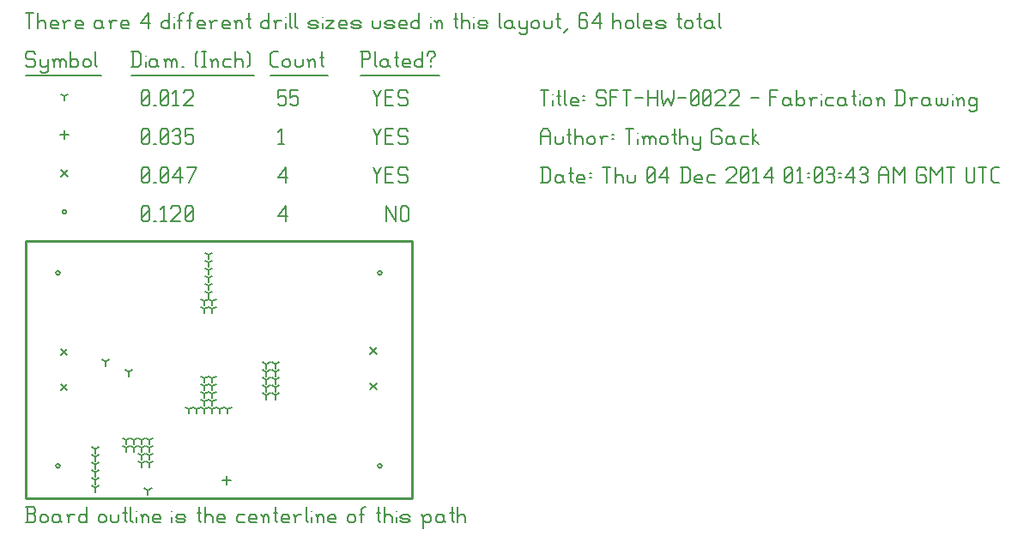
<source format=gbr>
G04 start of page 11 for group -3984 idx -3984 *
G04 Title: SFT-HW-0022, fab *
G04 Creator: pcb 20110918 *
G04 CreationDate: Thu 04 Dec 2014 01:03:43 AM GMT UTC *
G04 For: tgack *
G04 Format: Gerber/RS-274X *
G04 PCB-Dimensions: 150000 100000 *
G04 PCB-Coordinate-Origin: lower left *
%MOIN*%
%FSLAX25Y25*%
%LNFAB*%
%ADD66C,0.0100*%
%ADD65C,0.0075*%
%ADD64C,0.0060*%
%ADD63R,0.0080X0.0080*%
G54D63*X11700Y87500D02*G75*G03X13300Y87500I800J0D01*G01*
G75*G03X11700Y87500I-800J0D01*G01*
X136700Y12500D02*G75*G03X138300Y12500I800J0D01*G01*
G75*G03X136700Y12500I-800J0D01*G01*
Y87500D02*G75*G03X138300Y87500I800J0D01*G01*
G75*G03X136700Y87500I-800J0D01*G01*
X11700Y12500D02*G75*G03X13300Y12500I800J0D01*G01*
G75*G03X11700Y12500I-800J0D01*G01*
X14200Y111250D02*G75*G03X15800Y111250I800J0D01*G01*
G75*G03X14200Y111250I-800J0D01*G01*
G54D64*X140000Y113500D02*Y107500D01*
Y113500D02*X143750Y107500D01*
Y113500D02*Y107500D01*
X145550Y112750D02*Y108250D01*
Y112750D02*X146300Y113500D01*
X147800D01*
X148550Y112750D01*
Y108250D01*
X147800Y107500D02*X148550Y108250D01*
X146300Y107500D02*X147800D01*
X145550Y108250D02*X146300Y107500D01*
X98000Y109750D02*X101000Y113500D01*
X98000Y109750D02*X101750D01*
X101000Y113500D02*Y107500D01*
X45000Y108250D02*X45750Y107500D01*
X45000Y112750D02*Y108250D01*
Y112750D02*X45750Y113500D01*
X47250D01*
X48000Y112750D01*
Y108250D01*
X47250Y107500D02*X48000Y108250D01*
X45750Y107500D02*X47250D01*
X45000Y109000D02*X48000Y112000D01*
X49800Y107500D02*X50550D01*
X52350Y112300D02*X53550Y113500D01*
Y107500D01*
X52350D02*X54600D01*
X56400Y112750D02*X57150Y113500D01*
X59400D01*
X60150Y112750D01*
Y111250D01*
X56400Y107500D02*X60150Y111250D01*
X56400Y107500D02*X60150D01*
X61950Y108250D02*X62700Y107500D01*
X61950Y112750D02*Y108250D01*
Y112750D02*X62700Y113500D01*
X64200D01*
X64950Y112750D01*
Y108250D01*
X64200Y107500D02*X64950Y108250D01*
X62700Y107500D02*X64200D01*
X61950Y109000D02*X64950Y112000D01*
X133800Y44700D02*X136200Y42300D01*
X133800D02*X136200Y44700D01*
X133800Y58480D02*X136200Y56080D01*
X133800D02*X136200Y58480D01*
X13580Y57980D02*X15980Y55580D01*
X13580D02*X15980Y57980D01*
X13580Y44200D02*X15980Y41800D01*
X13580D02*X15980Y44200D01*
X13800Y127450D02*X16200Y125050D01*
X13800D02*X16200Y127450D01*
X135000Y128500D02*X136500Y125500D01*
X138000Y128500D01*
X136500Y125500D02*Y122500D01*
X139800Y125800D02*X142050D01*
X139800Y122500D02*X142800D01*
X139800Y128500D02*Y122500D01*
Y128500D02*X142800D01*
X147600D02*X148350Y127750D01*
X145350Y128500D02*X147600D01*
X144600Y127750D02*X145350Y128500D01*
X144600Y127750D02*Y126250D01*
X145350Y125500D01*
X147600D01*
X148350Y124750D01*
Y123250D01*
X147600Y122500D02*X148350Y123250D01*
X145350Y122500D02*X147600D01*
X144600Y123250D02*X145350Y122500D01*
X98000Y124750D02*X101000Y128500D01*
X98000Y124750D02*X101750D01*
X101000Y128500D02*Y122500D01*
X45000Y123250D02*X45750Y122500D01*
X45000Y127750D02*Y123250D01*
Y127750D02*X45750Y128500D01*
X47250D01*
X48000Y127750D01*
Y123250D01*
X47250Y122500D02*X48000Y123250D01*
X45750Y122500D02*X47250D01*
X45000Y124000D02*X48000Y127000D01*
X49800Y122500D02*X50550D01*
X52350Y123250D02*X53100Y122500D01*
X52350Y127750D02*Y123250D01*
Y127750D02*X53100Y128500D01*
X54600D01*
X55350Y127750D01*
Y123250D01*
X54600Y122500D02*X55350Y123250D01*
X53100Y122500D02*X54600D01*
X52350Y124000D02*X55350Y127000D01*
X57150Y124750D02*X60150Y128500D01*
X57150Y124750D02*X60900D01*
X60150Y128500D02*Y122500D01*
X63450D02*X66450Y128500D01*
X62700D02*X66450D01*
X78000Y8600D02*Y5400D01*
X76400Y7000D02*X79600D01*
X15000Y142850D02*Y139650D01*
X13400Y141250D02*X16600D01*
X135000Y143500D02*X136500Y140500D01*
X138000Y143500D01*
X136500Y140500D02*Y137500D01*
X139800Y140800D02*X142050D01*
X139800Y137500D02*X142800D01*
X139800Y143500D02*Y137500D01*
Y143500D02*X142800D01*
X147600D02*X148350Y142750D01*
X145350Y143500D02*X147600D01*
X144600Y142750D02*X145350Y143500D01*
X144600Y142750D02*Y141250D01*
X145350Y140500D01*
X147600D01*
X148350Y139750D01*
Y138250D01*
X147600Y137500D02*X148350Y138250D01*
X145350Y137500D02*X147600D01*
X144600Y138250D02*X145350Y137500D01*
X98000Y142300D02*X99200Y143500D01*
Y137500D01*
X98000D02*X100250D01*
X45000Y138250D02*X45750Y137500D01*
X45000Y142750D02*Y138250D01*
Y142750D02*X45750Y143500D01*
X47250D01*
X48000Y142750D01*
Y138250D01*
X47250Y137500D02*X48000Y138250D01*
X45750Y137500D02*X47250D01*
X45000Y139000D02*X48000Y142000D01*
X49800Y137500D02*X50550D01*
X52350Y138250D02*X53100Y137500D01*
X52350Y142750D02*Y138250D01*
Y142750D02*X53100Y143500D01*
X54600D01*
X55350Y142750D01*
Y138250D01*
X54600Y137500D02*X55350Y138250D01*
X53100Y137500D02*X54600D01*
X52350Y139000D02*X55350Y142000D01*
X57150Y142750D02*X57900Y143500D01*
X59400D01*
X60150Y142750D01*
X59400Y137500D02*X60150Y138250D01*
X57900Y137500D02*X59400D01*
X57150Y138250D02*X57900Y137500D01*
Y140800D02*X59400D01*
X60150Y142750D02*Y141550D01*
Y140050D02*Y138250D01*
Y140050D02*X59400Y140800D01*
X60150Y141550D02*X59400Y140800D01*
X61950Y143500D02*X64950D01*
X61950D02*Y140500D01*
X62700Y141250D01*
X64200D01*
X64950Y140500D01*
Y138250D01*
X64200Y137500D02*X64950Y138250D01*
X62700Y137500D02*X64200D01*
X61950Y138250D02*X62700Y137500D01*
X27000Y4000D02*Y2400D01*
Y4000D02*X28387Y4800D01*
X27000Y4000D02*X25613Y4800D01*
X27000Y7000D02*Y5400D01*
Y7000D02*X28387Y7800D01*
X27000Y7000D02*X25613Y7800D01*
X27000Y10000D02*Y8400D01*
Y10000D02*X28387Y10800D01*
X27000Y10000D02*X25613Y10800D01*
X27000Y13000D02*Y11400D01*
Y13000D02*X28387Y13800D01*
X27000Y13000D02*X25613Y13800D01*
X27000Y16000D02*Y14400D01*
Y16000D02*X28387Y16800D01*
X27000Y16000D02*X25613Y16800D01*
X27000Y19000D02*Y17400D01*
Y19000D02*X28387Y19800D01*
X27000Y19000D02*X25613Y19800D01*
X39000Y19500D02*Y17900D01*
Y19500D02*X40387Y20300D01*
X39000Y19500D02*X37613Y20300D01*
X42000Y19500D02*Y17900D01*
Y19500D02*X43387Y20300D01*
X42000Y19500D02*X40613Y20300D01*
X45000Y19500D02*Y17900D01*
Y19500D02*X46387Y20300D01*
X45000Y19500D02*X43613Y20300D01*
X45000Y16500D02*Y14900D01*
Y16500D02*X46387Y17300D01*
X45000Y16500D02*X43613Y17300D01*
X45000Y13500D02*Y11900D01*
Y13500D02*X46387Y14300D01*
X45000Y13500D02*X43613Y14300D01*
X39000Y22500D02*Y20900D01*
Y22500D02*X40387Y23300D01*
X39000Y22500D02*X37613Y23300D01*
X42000Y22500D02*Y20900D01*
Y22500D02*X43387Y23300D01*
X42000Y22500D02*X40613Y23300D01*
X45000Y22500D02*Y20900D01*
Y22500D02*X46387Y23300D01*
X45000Y22500D02*X43613Y23300D01*
X48000Y22500D02*Y20900D01*
Y22500D02*X49387Y23300D01*
X48000Y22500D02*X46613Y23300D01*
X48000Y19500D02*Y17900D01*
Y19500D02*X49387Y20300D01*
X48000Y19500D02*X46613Y20300D01*
X48000Y16500D02*Y14900D01*
Y16500D02*X49387Y17300D01*
X48000Y16500D02*X46613Y17300D01*
X48000Y13500D02*Y11900D01*
Y13500D02*X49387Y14300D01*
X48000Y13500D02*X46613Y14300D01*
X69500Y46500D02*Y44900D01*
Y46500D02*X70887Y47300D01*
X69500Y46500D02*X68113Y47300D01*
X72500Y46500D02*Y44900D01*
Y46500D02*X73887Y47300D01*
X72500Y46500D02*X71113Y47300D01*
X72500Y37500D02*Y35900D01*
Y37500D02*X73887Y38300D01*
X72500Y37500D02*X71113Y38300D01*
X69500Y37500D02*Y35900D01*
Y37500D02*X70887Y38300D01*
X69500Y37500D02*X68113Y38300D01*
X69500Y34500D02*Y32900D01*
Y34500D02*X70887Y35300D01*
X69500Y34500D02*X68113Y35300D01*
X72500Y34500D02*Y32900D01*
Y34500D02*X73887Y35300D01*
X72500Y34500D02*X71113Y35300D01*
X75500Y34500D02*Y32900D01*
Y34500D02*X76887Y35300D01*
X75500Y34500D02*X74113Y35300D01*
X66500Y34500D02*Y32900D01*
Y34500D02*X67887Y35300D01*
X66500Y34500D02*X65113Y35300D01*
X63500Y34500D02*Y32900D01*
Y34500D02*X64887Y35300D01*
X63500Y34500D02*X62113Y35300D01*
X78500Y34500D02*Y32900D01*
Y34500D02*X79887Y35300D01*
X78500Y34500D02*X77113Y35300D01*
X69500Y40500D02*Y38900D01*
Y40500D02*X70887Y41300D01*
X69500Y40500D02*X68113Y41300D01*
X72500Y40500D02*Y38900D01*
Y40500D02*X73887Y41300D01*
X72500Y40500D02*X71113Y41300D01*
X72500Y43500D02*Y41900D01*
Y43500D02*X73887Y44300D01*
X72500Y43500D02*X71113Y44300D01*
X69500Y43500D02*Y41900D01*
Y43500D02*X70887Y44300D01*
X69500Y43500D02*X68113Y44300D01*
X69500Y73500D02*Y71900D01*
Y73500D02*X70887Y74300D01*
X69500Y73500D02*X68113Y74300D01*
X72500Y73500D02*Y71900D01*
Y73500D02*X73887Y74300D01*
X72500Y73500D02*X71113Y74300D01*
X72500Y76500D02*Y74900D01*
Y76500D02*X73887Y77300D01*
X72500Y76500D02*X71113Y77300D01*
X69500Y76500D02*Y74900D01*
Y76500D02*X70887Y77300D01*
X69500Y76500D02*X68113Y77300D01*
X71000Y79500D02*Y77900D01*
Y79500D02*X72387Y80300D01*
X71000Y79500D02*X69613Y80300D01*
X71000Y82500D02*Y80900D01*
Y82500D02*X72387Y83300D01*
X71000Y82500D02*X69613Y83300D01*
X71000Y85500D02*Y83900D01*
Y85500D02*X72387Y86300D01*
X71000Y85500D02*X69613Y86300D01*
X71000Y88500D02*Y86900D01*
Y88500D02*X72387Y89300D01*
X71000Y88500D02*X69613Y89300D01*
X71000Y91500D02*Y89900D01*
Y91500D02*X72387Y92300D01*
X71000Y91500D02*X69613Y92300D01*
X71000Y94500D02*Y92900D01*
Y94500D02*X72387Y95300D01*
X71000Y94500D02*X69613Y95300D01*
X97000Y46000D02*Y44400D01*
Y46000D02*X98387Y46800D01*
X97000Y46000D02*X95613Y46800D01*
X97000Y49000D02*Y47400D01*
Y49000D02*X98387Y49800D01*
X97000Y49000D02*X95613Y49800D01*
X97000Y52000D02*Y50400D01*
Y52000D02*X98387Y52800D01*
X97000Y52000D02*X95613Y52800D01*
X97000Y43000D02*Y41400D01*
Y43000D02*X98387Y43800D01*
X97000Y43000D02*X95613Y43800D01*
X97000Y40000D02*Y38400D01*
Y40000D02*X98387Y40800D01*
X97000Y40000D02*X95613Y40800D01*
X93500Y40000D02*Y38400D01*
Y40000D02*X94887Y40800D01*
X93500Y40000D02*X92113Y40800D01*
X93500Y43000D02*Y41400D01*
Y43000D02*X94887Y43800D01*
X93500Y43000D02*X92113Y43800D01*
X93500Y46000D02*Y44400D01*
Y46000D02*X94887Y46800D01*
X93500Y46000D02*X92113Y46800D01*
X93500Y49000D02*Y47400D01*
Y49000D02*X94887Y49800D01*
X93500Y49000D02*X92113Y49800D01*
X93500Y52000D02*Y50400D01*
Y52000D02*X94887Y52800D01*
X93500Y52000D02*X92113Y52800D01*
X40000Y49000D02*Y47400D01*
Y49000D02*X41387Y49800D01*
X40000Y49000D02*X38613Y49800D01*
X47500Y3000D02*Y1400D01*
Y3000D02*X48887Y3800D01*
X47500Y3000D02*X46113Y3800D01*
X31000Y53000D02*Y51400D01*
Y53000D02*X32387Y53800D01*
X31000Y53000D02*X29613Y53800D01*
X15000Y156250D02*Y154650D01*
Y156250D02*X16387Y157050D01*
X15000Y156250D02*X13613Y157050D01*
X135000Y158500D02*X136500Y155500D01*
X138000Y158500D01*
X136500Y155500D02*Y152500D01*
X139800Y155800D02*X142050D01*
X139800Y152500D02*X142800D01*
X139800Y158500D02*Y152500D01*
Y158500D02*X142800D01*
X147600D02*X148350Y157750D01*
X145350Y158500D02*X147600D01*
X144600Y157750D02*X145350Y158500D01*
X144600Y157750D02*Y156250D01*
X145350Y155500D01*
X147600D01*
X148350Y154750D01*
Y153250D01*
X147600Y152500D02*X148350Y153250D01*
X145350Y152500D02*X147600D01*
X144600Y153250D02*X145350Y152500D01*
X98000Y158500D02*X101000D01*
X98000D02*Y155500D01*
X98750Y156250D01*
X100250D01*
X101000Y155500D01*
Y153250D01*
X100250Y152500D02*X101000Y153250D01*
X98750Y152500D02*X100250D01*
X98000Y153250D02*X98750Y152500D01*
X102800Y158500D02*X105800D01*
X102800D02*Y155500D01*
X103550Y156250D01*
X105050D01*
X105800Y155500D01*
Y153250D01*
X105050Y152500D02*X105800Y153250D01*
X103550Y152500D02*X105050D01*
X102800Y153250D02*X103550Y152500D01*
X45000Y153250D02*X45750Y152500D01*
X45000Y157750D02*Y153250D01*
Y157750D02*X45750Y158500D01*
X47250D01*
X48000Y157750D01*
Y153250D01*
X47250Y152500D02*X48000Y153250D01*
X45750Y152500D02*X47250D01*
X45000Y154000D02*X48000Y157000D01*
X49800Y152500D02*X50550D01*
X52350Y153250D02*X53100Y152500D01*
X52350Y157750D02*Y153250D01*
Y157750D02*X53100Y158500D01*
X54600D01*
X55350Y157750D01*
Y153250D01*
X54600Y152500D02*X55350Y153250D01*
X53100Y152500D02*X54600D01*
X52350Y154000D02*X55350Y157000D01*
X57150Y157300D02*X58350Y158500D01*
Y152500D01*
X57150D02*X59400D01*
X61200Y157750D02*X61950Y158500D01*
X64200D01*
X64950Y157750D01*
Y156250D01*
X61200Y152500D02*X64950Y156250D01*
X61200Y152500D02*X64950D01*
X3000Y173500D02*X3750Y172750D01*
X750Y173500D02*X3000D01*
X0Y172750D02*X750Y173500D01*
X0Y172750D02*Y171250D01*
X750Y170500D01*
X3000D01*
X3750Y169750D01*
Y168250D01*
X3000Y167500D02*X3750Y168250D01*
X750Y167500D02*X3000D01*
X0Y168250D02*X750Y167500D01*
X5550Y170500D02*Y168250D01*
X6300Y167500D01*
X8550Y170500D02*Y166000D01*
X7800Y165250D02*X8550Y166000D01*
X6300Y165250D02*X7800D01*
X5550Y166000D02*X6300Y165250D01*
Y167500D02*X7800D01*
X8550Y168250D01*
X11100Y169750D02*Y167500D01*
Y169750D02*X11850Y170500D01*
X12600D01*
X13350Y169750D01*
Y167500D01*
Y169750D02*X14100Y170500D01*
X14850D01*
X15600Y169750D01*
Y167500D01*
X10350Y170500D02*X11100Y169750D01*
X17400Y173500D02*Y167500D01*
Y168250D02*X18150Y167500D01*
X19650D01*
X20400Y168250D01*
Y169750D02*Y168250D01*
X19650Y170500D02*X20400Y169750D01*
X18150Y170500D02*X19650D01*
X17400Y169750D02*X18150Y170500D01*
X22200Y169750D02*Y168250D01*
Y169750D02*X22950Y170500D01*
X24450D01*
X25200Y169750D01*
Y168250D01*
X24450Y167500D02*X25200Y168250D01*
X22950Y167500D02*X24450D01*
X22200Y168250D02*X22950Y167500D01*
X27000Y173500D02*Y168250D01*
X27750Y167500D01*
X0Y164250D02*X29250D01*
X41750Y173500D02*Y167500D01*
X43700Y173500D02*X44750Y172450D01*
Y168550D01*
X43700Y167500D02*X44750Y168550D01*
X41000Y167500D02*X43700D01*
X41000Y173500D02*X43700D01*
G54D65*X46550Y172000D02*Y171850D01*
G54D64*Y169750D02*Y167500D01*
X50300Y170500D02*X51050Y169750D01*
X48800Y170500D02*X50300D01*
X48050Y169750D02*X48800Y170500D01*
X48050Y169750D02*Y168250D01*
X48800Y167500D01*
X51050Y170500D02*Y168250D01*
X51800Y167500D01*
X48800D02*X50300D01*
X51050Y168250D01*
X54350Y169750D02*Y167500D01*
Y169750D02*X55100Y170500D01*
X55850D01*
X56600Y169750D01*
Y167500D01*
Y169750D02*X57350Y170500D01*
X58100D01*
X58850Y169750D01*
Y167500D01*
X53600Y170500D02*X54350Y169750D01*
X60650Y167500D02*X61400D01*
X65900Y168250D02*X66650Y167500D01*
X65900Y172750D02*X66650Y173500D01*
X65900Y172750D02*Y168250D01*
X68450Y173500D02*X69950D01*
X69200D02*Y167500D01*
X68450D02*X69950D01*
X72500Y169750D02*Y167500D01*
Y169750D02*X73250Y170500D01*
X74000D01*
X74750Y169750D01*
Y167500D01*
X71750Y170500D02*X72500Y169750D01*
X77300Y170500D02*X79550D01*
X76550Y169750D02*X77300Y170500D01*
X76550Y169750D02*Y168250D01*
X77300Y167500D01*
X79550D01*
X81350Y173500D02*Y167500D01*
Y169750D02*X82100Y170500D01*
X83600D01*
X84350Y169750D01*
Y167500D01*
X86150Y173500D02*X86900Y172750D01*
Y168250D01*
X86150Y167500D02*X86900Y168250D01*
X41000Y164250D02*X88700D01*
X96050Y167500D02*X98000D01*
X95000Y168550D02*X96050Y167500D01*
X95000Y172450D02*Y168550D01*
Y172450D02*X96050Y173500D01*
X98000D01*
X99800Y169750D02*Y168250D01*
Y169750D02*X100550Y170500D01*
X102050D01*
X102800Y169750D01*
Y168250D01*
X102050Y167500D02*X102800Y168250D01*
X100550Y167500D02*X102050D01*
X99800Y168250D02*X100550Y167500D01*
X104600Y170500D02*Y168250D01*
X105350Y167500D01*
X106850D01*
X107600Y168250D01*
Y170500D02*Y168250D01*
X110150Y169750D02*Y167500D01*
Y169750D02*X110900Y170500D01*
X111650D01*
X112400Y169750D01*
Y167500D01*
X109400Y170500D02*X110150Y169750D01*
X114950Y173500D02*Y168250D01*
X115700Y167500D01*
X114200Y171250D02*X115700D01*
X95000Y164250D02*X117200D01*
X130750Y173500D02*Y167500D01*
X130000Y173500D02*X133000D01*
X133750Y172750D01*
Y171250D01*
X133000Y170500D02*X133750Y171250D01*
X130750Y170500D02*X133000D01*
X135550Y173500D02*Y168250D01*
X136300Y167500D01*
X140050Y170500D02*X140800Y169750D01*
X138550Y170500D02*X140050D01*
X137800Y169750D02*X138550Y170500D01*
X137800Y169750D02*Y168250D01*
X138550Y167500D01*
X140800Y170500D02*Y168250D01*
X141550Y167500D01*
X138550D02*X140050D01*
X140800Y168250D01*
X144100Y173500D02*Y168250D01*
X144850Y167500D01*
X143350Y171250D02*X144850D01*
X147100Y167500D02*X149350D01*
X146350Y168250D02*X147100Y167500D01*
X146350Y169750D02*Y168250D01*
Y169750D02*X147100Y170500D01*
X148600D01*
X149350Y169750D01*
X146350Y169000D02*X149350D01*
Y169750D02*Y169000D01*
X154150Y173500D02*Y167500D01*
X153400D02*X154150Y168250D01*
X151900Y167500D02*X153400D01*
X151150Y168250D02*X151900Y167500D01*
X151150Y169750D02*Y168250D01*
Y169750D02*X151900Y170500D01*
X153400D01*
X154150Y169750D01*
X157450Y170500D02*Y169750D01*
Y168250D02*Y167500D01*
X155950Y172750D02*Y172000D01*
Y172750D02*X156700Y173500D01*
X158200D01*
X158950Y172750D01*
Y172000D01*
X157450Y170500D02*X158950Y172000D01*
X130000Y164250D02*X160750D01*
X0Y188500D02*X3000D01*
X1500D02*Y182500D01*
X4800Y188500D02*Y182500D01*
Y184750D02*X5550Y185500D01*
X7050D01*
X7800Y184750D01*
Y182500D01*
X10350D02*X12600D01*
X9600Y183250D02*X10350Y182500D01*
X9600Y184750D02*Y183250D01*
Y184750D02*X10350Y185500D01*
X11850D01*
X12600Y184750D01*
X9600Y184000D02*X12600D01*
Y184750D02*Y184000D01*
X15150Y184750D02*Y182500D01*
Y184750D02*X15900Y185500D01*
X17400D01*
X14400D02*X15150Y184750D01*
X19950Y182500D02*X22200D01*
X19200Y183250D02*X19950Y182500D01*
X19200Y184750D02*Y183250D01*
Y184750D02*X19950Y185500D01*
X21450D01*
X22200Y184750D01*
X19200Y184000D02*X22200D01*
Y184750D02*Y184000D01*
X28950Y185500D02*X29700Y184750D01*
X27450Y185500D02*X28950D01*
X26700Y184750D02*X27450Y185500D01*
X26700Y184750D02*Y183250D01*
X27450Y182500D01*
X29700Y185500D02*Y183250D01*
X30450Y182500D01*
X27450D02*X28950D01*
X29700Y183250D01*
X33000Y184750D02*Y182500D01*
Y184750D02*X33750Y185500D01*
X35250D01*
X32250D02*X33000Y184750D01*
X37800Y182500D02*X40050D01*
X37050Y183250D02*X37800Y182500D01*
X37050Y184750D02*Y183250D01*
Y184750D02*X37800Y185500D01*
X39300D01*
X40050Y184750D01*
X37050Y184000D02*X40050D01*
Y184750D02*Y184000D01*
X44550Y184750D02*X47550Y188500D01*
X44550Y184750D02*X48300D01*
X47550Y188500D02*Y182500D01*
X55800Y188500D02*Y182500D01*
X55050D02*X55800Y183250D01*
X53550Y182500D02*X55050D01*
X52800Y183250D02*X53550Y182500D01*
X52800Y184750D02*Y183250D01*
Y184750D02*X53550Y185500D01*
X55050D01*
X55800Y184750D01*
G54D65*X57600Y187000D02*Y186850D01*
G54D64*Y184750D02*Y182500D01*
X59850Y187750D02*Y182500D01*
Y187750D02*X60600Y188500D01*
X61350D01*
X59100Y185500D02*X60600D01*
X63600Y187750D02*Y182500D01*
Y187750D02*X64350Y188500D01*
X65100D01*
X62850Y185500D02*X64350D01*
X67350Y182500D02*X69600D01*
X66600Y183250D02*X67350Y182500D01*
X66600Y184750D02*Y183250D01*
Y184750D02*X67350Y185500D01*
X68850D01*
X69600Y184750D01*
X66600Y184000D02*X69600D01*
Y184750D02*Y184000D01*
X72150Y184750D02*Y182500D01*
Y184750D02*X72900Y185500D01*
X74400D01*
X71400D02*X72150Y184750D01*
X76950Y182500D02*X79200D01*
X76200Y183250D02*X76950Y182500D01*
X76200Y184750D02*Y183250D01*
Y184750D02*X76950Y185500D01*
X78450D01*
X79200Y184750D01*
X76200Y184000D02*X79200D01*
Y184750D02*Y184000D01*
X81750Y184750D02*Y182500D01*
Y184750D02*X82500Y185500D01*
X83250D01*
X84000Y184750D01*
Y182500D01*
X81000Y185500D02*X81750Y184750D01*
X86550Y188500D02*Y183250D01*
X87300Y182500D01*
X85800Y186250D02*X87300D01*
X94500Y188500D02*Y182500D01*
X93750D02*X94500Y183250D01*
X92250Y182500D02*X93750D01*
X91500Y183250D02*X92250Y182500D01*
X91500Y184750D02*Y183250D01*
Y184750D02*X92250Y185500D01*
X93750D01*
X94500Y184750D01*
X97050D02*Y182500D01*
Y184750D02*X97800Y185500D01*
X99300D01*
X96300D02*X97050Y184750D01*
G54D65*X101100Y187000D02*Y186850D01*
G54D64*Y184750D02*Y182500D01*
X102600Y188500D02*Y183250D01*
X103350Y182500D01*
X104850Y188500D02*Y183250D01*
X105600Y182500D01*
X110550D02*X112800D01*
X113550Y183250D01*
X112800Y184000D02*X113550Y183250D01*
X110550Y184000D02*X112800D01*
X109800Y184750D02*X110550Y184000D01*
X109800Y184750D02*X110550Y185500D01*
X112800D01*
X113550Y184750D01*
X109800Y183250D02*X110550Y182500D01*
G54D65*X115350Y187000D02*Y186850D01*
G54D64*Y184750D02*Y182500D01*
X116850Y185500D02*X119850D01*
X116850Y182500D02*X119850Y185500D01*
X116850Y182500D02*X119850D01*
X122400D02*X124650D01*
X121650Y183250D02*X122400Y182500D01*
X121650Y184750D02*Y183250D01*
Y184750D02*X122400Y185500D01*
X123900D01*
X124650Y184750D01*
X121650Y184000D02*X124650D01*
Y184750D02*Y184000D01*
X127200Y182500D02*X129450D01*
X130200Y183250D01*
X129450Y184000D02*X130200Y183250D01*
X127200Y184000D02*X129450D01*
X126450Y184750D02*X127200Y184000D01*
X126450Y184750D02*X127200Y185500D01*
X129450D01*
X130200Y184750D01*
X126450Y183250D02*X127200Y182500D01*
X134700Y185500D02*Y183250D01*
X135450Y182500D01*
X136950D01*
X137700Y183250D01*
Y185500D02*Y183250D01*
X140250Y182500D02*X142500D01*
X143250Y183250D01*
X142500Y184000D02*X143250Y183250D01*
X140250Y184000D02*X142500D01*
X139500Y184750D02*X140250Y184000D01*
X139500Y184750D02*X140250Y185500D01*
X142500D01*
X143250Y184750D01*
X139500Y183250D02*X140250Y182500D01*
X145800D02*X148050D01*
X145050Y183250D02*X145800Y182500D01*
X145050Y184750D02*Y183250D01*
Y184750D02*X145800Y185500D01*
X147300D01*
X148050Y184750D01*
X145050Y184000D02*X148050D01*
Y184750D02*Y184000D01*
X152850Y188500D02*Y182500D01*
X152100D02*X152850Y183250D01*
X150600Y182500D02*X152100D01*
X149850Y183250D02*X150600Y182500D01*
X149850Y184750D02*Y183250D01*
Y184750D02*X150600Y185500D01*
X152100D01*
X152850Y184750D01*
G54D65*X157350Y187000D02*Y186850D01*
G54D64*Y184750D02*Y182500D01*
X159600Y184750D02*Y182500D01*
Y184750D02*X160350Y185500D01*
X161100D01*
X161850Y184750D01*
Y182500D01*
X158850Y185500D02*X159600Y184750D01*
X167100Y188500D02*Y183250D01*
X167850Y182500D01*
X166350Y186250D02*X167850D01*
X169350Y188500D02*Y182500D01*
Y184750D02*X170100Y185500D01*
X171600D01*
X172350Y184750D01*
Y182500D01*
G54D65*X174150Y187000D02*Y186850D01*
G54D64*Y184750D02*Y182500D01*
X176400D02*X178650D01*
X179400Y183250D01*
X178650Y184000D02*X179400Y183250D01*
X176400Y184000D02*X178650D01*
X175650Y184750D02*X176400Y184000D01*
X175650Y184750D02*X176400Y185500D01*
X178650D01*
X179400Y184750D01*
X175650Y183250D02*X176400Y182500D01*
X183900Y188500D02*Y183250D01*
X184650Y182500D01*
X188400Y185500D02*X189150Y184750D01*
X186900Y185500D02*X188400D01*
X186150Y184750D02*X186900Y185500D01*
X186150Y184750D02*Y183250D01*
X186900Y182500D01*
X189150Y185500D02*Y183250D01*
X189900Y182500D01*
X186900D02*X188400D01*
X189150Y183250D01*
X191700Y185500D02*Y183250D01*
X192450Y182500D01*
X194700Y185500D02*Y181000D01*
X193950Y180250D02*X194700Y181000D01*
X192450Y180250D02*X193950D01*
X191700Y181000D02*X192450Y180250D01*
Y182500D02*X193950D01*
X194700Y183250D01*
X196500Y184750D02*Y183250D01*
Y184750D02*X197250Y185500D01*
X198750D01*
X199500Y184750D01*
Y183250D01*
X198750Y182500D02*X199500Y183250D01*
X197250Y182500D02*X198750D01*
X196500Y183250D02*X197250Y182500D01*
X201300Y185500D02*Y183250D01*
X202050Y182500D01*
X203550D01*
X204300Y183250D01*
Y185500D02*Y183250D01*
X206850Y188500D02*Y183250D01*
X207600Y182500D01*
X206100Y186250D02*X207600D01*
X209100Y181000D02*X210600Y182500D01*
X217350Y188500D02*X218100Y187750D01*
X215850Y188500D02*X217350D01*
X215100Y187750D02*X215850Y188500D01*
X215100Y187750D02*Y183250D01*
X215850Y182500D01*
X217350Y185800D02*X218100Y185050D01*
X215100Y185800D02*X217350D01*
X215850Y182500D02*X217350D01*
X218100Y183250D01*
Y185050D02*Y183250D01*
X219900Y184750D02*X222900Y188500D01*
X219900Y184750D02*X223650D01*
X222900Y188500D02*Y182500D01*
X228150Y188500D02*Y182500D01*
Y184750D02*X228900Y185500D01*
X230400D01*
X231150Y184750D01*
Y182500D01*
X232950Y184750D02*Y183250D01*
Y184750D02*X233700Y185500D01*
X235200D01*
X235950Y184750D01*
Y183250D01*
X235200Y182500D02*X235950Y183250D01*
X233700Y182500D02*X235200D01*
X232950Y183250D02*X233700Y182500D01*
X237750Y188500D02*Y183250D01*
X238500Y182500D01*
X240750D02*X243000D01*
X240000Y183250D02*X240750Y182500D01*
X240000Y184750D02*Y183250D01*
Y184750D02*X240750Y185500D01*
X242250D01*
X243000Y184750D01*
X240000Y184000D02*X243000D01*
Y184750D02*Y184000D01*
X245550Y182500D02*X247800D01*
X248550Y183250D01*
X247800Y184000D02*X248550Y183250D01*
X245550Y184000D02*X247800D01*
X244800Y184750D02*X245550Y184000D01*
X244800Y184750D02*X245550Y185500D01*
X247800D01*
X248550Y184750D01*
X244800Y183250D02*X245550Y182500D01*
X253800Y188500D02*Y183250D01*
X254550Y182500D01*
X253050Y186250D02*X254550D01*
X256050Y184750D02*Y183250D01*
Y184750D02*X256800Y185500D01*
X258300D01*
X259050Y184750D01*
Y183250D01*
X258300Y182500D02*X259050Y183250D01*
X256800Y182500D02*X258300D01*
X256050Y183250D02*X256800Y182500D01*
X261600Y188500D02*Y183250D01*
X262350Y182500D01*
X260850Y186250D02*X262350D01*
X266100Y185500D02*X266850Y184750D01*
X264600Y185500D02*X266100D01*
X263850Y184750D02*X264600Y185500D01*
X263850Y184750D02*Y183250D01*
X264600Y182500D01*
X266850Y185500D02*Y183250D01*
X267600Y182500D01*
X264600D02*X266100D01*
X266850Y183250D01*
X269400Y188500D02*Y183250D01*
X270150Y182500D01*
G54D66*X0Y100000D02*Y0D01*
X150000D01*
Y100000D01*
X0D02*X150000D01*
G54D64*X0Y-9500D02*X3000D01*
X3750Y-8750D01*
Y-6950D02*Y-8750D01*
X3000Y-6200D02*X3750Y-6950D01*
X750Y-6200D02*X3000D01*
X750Y-3500D02*Y-9500D01*
X0Y-3500D02*X3000D01*
X3750Y-4250D01*
Y-5450D01*
X3000Y-6200D02*X3750Y-5450D01*
X5550Y-7250D02*Y-8750D01*
Y-7250D02*X6300Y-6500D01*
X7800D01*
X8550Y-7250D01*
Y-8750D01*
X7800Y-9500D02*X8550Y-8750D01*
X6300Y-9500D02*X7800D01*
X5550Y-8750D02*X6300Y-9500D01*
X12600Y-6500D02*X13350Y-7250D01*
X11100Y-6500D02*X12600D01*
X10350Y-7250D02*X11100Y-6500D01*
X10350Y-7250D02*Y-8750D01*
X11100Y-9500D01*
X13350Y-6500D02*Y-8750D01*
X14100Y-9500D01*
X11100D02*X12600D01*
X13350Y-8750D01*
X16650Y-7250D02*Y-9500D01*
Y-7250D02*X17400Y-6500D01*
X18900D01*
X15900D02*X16650Y-7250D01*
X23700Y-3500D02*Y-9500D01*
X22950D02*X23700Y-8750D01*
X21450Y-9500D02*X22950D01*
X20700Y-8750D02*X21450Y-9500D01*
X20700Y-7250D02*Y-8750D01*
Y-7250D02*X21450Y-6500D01*
X22950D01*
X23700Y-7250D01*
X28200D02*Y-8750D01*
Y-7250D02*X28950Y-6500D01*
X30450D01*
X31200Y-7250D01*
Y-8750D01*
X30450Y-9500D02*X31200Y-8750D01*
X28950Y-9500D02*X30450D01*
X28200Y-8750D02*X28950Y-9500D01*
X33000Y-6500D02*Y-8750D01*
X33750Y-9500D01*
X35250D01*
X36000Y-8750D01*
Y-6500D02*Y-8750D01*
X38550Y-3500D02*Y-8750D01*
X39300Y-9500D01*
X37800Y-5750D02*X39300D01*
X40800Y-3500D02*Y-8750D01*
X41550Y-9500D01*
G54D65*X43050Y-5000D02*Y-5150D01*
G54D64*Y-7250D02*Y-9500D01*
X45300Y-7250D02*Y-9500D01*
Y-7250D02*X46050Y-6500D01*
X46800D01*
X47550Y-7250D01*
Y-9500D01*
X44550Y-6500D02*X45300Y-7250D01*
X50100Y-9500D02*X52350D01*
X49350Y-8750D02*X50100Y-9500D01*
X49350Y-7250D02*Y-8750D01*
Y-7250D02*X50100Y-6500D01*
X51600D01*
X52350Y-7250D01*
X49350Y-8000D02*X52350D01*
Y-7250D02*Y-8000D01*
G54D65*X56850Y-5000D02*Y-5150D01*
G54D64*Y-7250D02*Y-9500D01*
X59100D02*X61350D01*
X62100Y-8750D01*
X61350Y-8000D02*X62100Y-8750D01*
X59100Y-8000D02*X61350D01*
X58350Y-7250D02*X59100Y-8000D01*
X58350Y-7250D02*X59100Y-6500D01*
X61350D01*
X62100Y-7250D01*
X58350Y-8750D02*X59100Y-9500D01*
X67350Y-3500D02*Y-8750D01*
X68100Y-9500D01*
X66600Y-5750D02*X68100D01*
X69600Y-3500D02*Y-9500D01*
Y-7250D02*X70350Y-6500D01*
X71850D01*
X72600Y-7250D01*
Y-9500D01*
X75150D02*X77400D01*
X74400Y-8750D02*X75150Y-9500D01*
X74400Y-7250D02*Y-8750D01*
Y-7250D02*X75150Y-6500D01*
X76650D01*
X77400Y-7250D01*
X74400Y-8000D02*X77400D01*
Y-7250D02*Y-8000D01*
X82650Y-6500D02*X84900D01*
X81900Y-7250D02*X82650Y-6500D01*
X81900Y-7250D02*Y-8750D01*
X82650Y-9500D01*
X84900D01*
X87450D02*X89700D01*
X86700Y-8750D02*X87450Y-9500D01*
X86700Y-7250D02*Y-8750D01*
Y-7250D02*X87450Y-6500D01*
X88950D01*
X89700Y-7250D01*
X86700Y-8000D02*X89700D01*
Y-7250D02*Y-8000D01*
X92250Y-7250D02*Y-9500D01*
Y-7250D02*X93000Y-6500D01*
X93750D01*
X94500Y-7250D01*
Y-9500D01*
X91500Y-6500D02*X92250Y-7250D01*
X97050Y-3500D02*Y-8750D01*
X97800Y-9500D01*
X96300Y-5750D02*X97800D01*
X100050Y-9500D02*X102300D01*
X99300Y-8750D02*X100050Y-9500D01*
X99300Y-7250D02*Y-8750D01*
Y-7250D02*X100050Y-6500D01*
X101550D01*
X102300Y-7250D01*
X99300Y-8000D02*X102300D01*
Y-7250D02*Y-8000D01*
X104850Y-7250D02*Y-9500D01*
Y-7250D02*X105600Y-6500D01*
X107100D01*
X104100D02*X104850Y-7250D01*
X108900Y-3500D02*Y-8750D01*
X109650Y-9500D01*
G54D65*X111150Y-5000D02*Y-5150D01*
G54D64*Y-7250D02*Y-9500D01*
X113400Y-7250D02*Y-9500D01*
Y-7250D02*X114150Y-6500D01*
X114900D01*
X115650Y-7250D01*
Y-9500D01*
X112650Y-6500D02*X113400Y-7250D01*
X118200Y-9500D02*X120450D01*
X117450Y-8750D02*X118200Y-9500D01*
X117450Y-7250D02*Y-8750D01*
Y-7250D02*X118200Y-6500D01*
X119700D01*
X120450Y-7250D01*
X117450Y-8000D02*X120450D01*
Y-7250D02*Y-8000D01*
X124950Y-7250D02*Y-8750D01*
Y-7250D02*X125700Y-6500D01*
X127200D01*
X127950Y-7250D01*
Y-8750D01*
X127200Y-9500D02*X127950Y-8750D01*
X125700Y-9500D02*X127200D01*
X124950Y-8750D02*X125700Y-9500D01*
X130500Y-4250D02*Y-9500D01*
Y-4250D02*X131250Y-3500D01*
X132000D01*
X129750Y-6500D02*X131250D01*
X136950Y-3500D02*Y-8750D01*
X137700Y-9500D01*
X136200Y-5750D02*X137700D01*
X139200Y-3500D02*Y-9500D01*
Y-7250D02*X139950Y-6500D01*
X141450D01*
X142200Y-7250D01*
Y-9500D01*
G54D65*X144000Y-5000D02*Y-5150D01*
G54D64*Y-7250D02*Y-9500D01*
X146250D02*X148500D01*
X149250Y-8750D01*
X148500Y-8000D02*X149250Y-8750D01*
X146250Y-8000D02*X148500D01*
X145500Y-7250D02*X146250Y-8000D01*
X145500Y-7250D02*X146250Y-6500D01*
X148500D01*
X149250Y-7250D01*
X145500Y-8750D02*X146250Y-9500D01*
X154500Y-7250D02*Y-11750D01*
X153750Y-6500D02*X154500Y-7250D01*
X155250Y-6500D01*
X156750D01*
X157500Y-7250D01*
Y-8750D01*
X156750Y-9500D02*X157500Y-8750D01*
X155250Y-9500D02*X156750D01*
X154500Y-8750D02*X155250Y-9500D01*
X161550Y-6500D02*X162300Y-7250D01*
X160050Y-6500D02*X161550D01*
X159300Y-7250D02*X160050Y-6500D01*
X159300Y-7250D02*Y-8750D01*
X160050Y-9500D01*
X162300Y-6500D02*Y-8750D01*
X163050Y-9500D01*
X160050D02*X161550D01*
X162300Y-8750D01*
X165600Y-3500D02*Y-8750D01*
X166350Y-9500D01*
X164850Y-5750D02*X166350D01*
X167850Y-3500D02*Y-9500D01*
Y-7250D02*X168600Y-6500D01*
X170100D01*
X170850Y-7250D01*
Y-9500D01*
X200750Y128500D02*Y122500D01*
X202700Y128500D02*X203750Y127450D01*
Y123550D01*
X202700Y122500D02*X203750Y123550D01*
X200000Y122500D02*X202700D01*
X200000Y128500D02*X202700D01*
X207800Y125500D02*X208550Y124750D01*
X206300Y125500D02*X207800D01*
X205550Y124750D02*X206300Y125500D01*
X205550Y124750D02*Y123250D01*
X206300Y122500D01*
X208550Y125500D02*Y123250D01*
X209300Y122500D01*
X206300D02*X207800D01*
X208550Y123250D01*
X211850Y128500D02*Y123250D01*
X212600Y122500D01*
X211100Y126250D02*X212600D01*
X214850Y122500D02*X217100D01*
X214100Y123250D02*X214850Y122500D01*
X214100Y124750D02*Y123250D01*
Y124750D02*X214850Y125500D01*
X216350D01*
X217100Y124750D01*
X214100Y124000D02*X217100D01*
Y124750D02*Y124000D01*
X218900Y126250D02*X219650D01*
X218900Y124750D02*X219650D01*
X224150Y128500D02*X227150D01*
X225650D02*Y122500D01*
X228950Y128500D02*Y122500D01*
Y124750D02*X229700Y125500D01*
X231200D01*
X231950Y124750D01*
Y122500D01*
X233750Y125500D02*Y123250D01*
X234500Y122500D01*
X236000D01*
X236750Y123250D01*
Y125500D02*Y123250D01*
X241250D02*X242000Y122500D01*
X241250Y127750D02*Y123250D01*
Y127750D02*X242000Y128500D01*
X243500D01*
X244250Y127750D01*
Y123250D01*
X243500Y122500D02*X244250Y123250D01*
X242000Y122500D02*X243500D01*
X241250Y124000D02*X244250Y127000D01*
X246050Y124750D02*X249050Y128500D01*
X246050Y124750D02*X249800D01*
X249050Y128500D02*Y122500D01*
X255050Y128500D02*Y122500D01*
X257000Y128500D02*X258050Y127450D01*
Y123550D01*
X257000Y122500D02*X258050Y123550D01*
X254300Y122500D02*X257000D01*
X254300Y128500D02*X257000D01*
X260600Y122500D02*X262850D01*
X259850Y123250D02*X260600Y122500D01*
X259850Y124750D02*Y123250D01*
Y124750D02*X260600Y125500D01*
X262100D01*
X262850Y124750D01*
X259850Y124000D02*X262850D01*
Y124750D02*Y124000D01*
X265400Y125500D02*X267650D01*
X264650Y124750D02*X265400Y125500D01*
X264650Y124750D02*Y123250D01*
X265400Y122500D01*
X267650D01*
X272150Y127750D02*X272900Y128500D01*
X275150D01*
X275900Y127750D01*
Y126250D01*
X272150Y122500D02*X275900Y126250D01*
X272150Y122500D02*X275900D01*
X277700Y123250D02*X278450Y122500D01*
X277700Y127750D02*Y123250D01*
Y127750D02*X278450Y128500D01*
X279950D01*
X280700Y127750D01*
Y123250D01*
X279950Y122500D02*X280700Y123250D01*
X278450Y122500D02*X279950D01*
X277700Y124000D02*X280700Y127000D01*
X282500Y127300D02*X283700Y128500D01*
Y122500D01*
X282500D02*X284750D01*
X286550Y124750D02*X289550Y128500D01*
X286550Y124750D02*X290300D01*
X289550Y128500D02*Y122500D01*
X294800Y123250D02*X295550Y122500D01*
X294800Y127750D02*Y123250D01*
Y127750D02*X295550Y128500D01*
X297050D01*
X297800Y127750D01*
Y123250D01*
X297050Y122500D02*X297800Y123250D01*
X295550Y122500D02*X297050D01*
X294800Y124000D02*X297800Y127000D01*
X299600Y127300D02*X300800Y128500D01*
Y122500D01*
X299600D02*X301850D01*
X303650Y126250D02*X304400D01*
X303650Y124750D02*X304400D01*
X306200Y123250D02*X306950Y122500D01*
X306200Y127750D02*Y123250D01*
Y127750D02*X306950Y128500D01*
X308450D01*
X309200Y127750D01*
Y123250D01*
X308450Y122500D02*X309200Y123250D01*
X306950Y122500D02*X308450D01*
X306200Y124000D02*X309200Y127000D01*
X311000Y127750D02*X311750Y128500D01*
X313250D01*
X314000Y127750D01*
X313250Y122500D02*X314000Y123250D01*
X311750Y122500D02*X313250D01*
X311000Y123250D02*X311750Y122500D01*
Y125800D02*X313250D01*
X314000Y127750D02*Y126550D01*
Y125050D02*Y123250D01*
Y125050D02*X313250Y125800D01*
X314000Y126550D02*X313250Y125800D01*
X315800Y126250D02*X316550D01*
X315800Y124750D02*X316550D01*
X318350D02*X321350Y128500D01*
X318350Y124750D02*X322100D01*
X321350Y128500D02*Y122500D01*
X323900Y127750D02*X324650Y128500D01*
X326150D01*
X326900Y127750D01*
X326150Y122500D02*X326900Y123250D01*
X324650Y122500D02*X326150D01*
X323900Y123250D02*X324650Y122500D01*
Y125800D02*X326150D01*
X326900Y127750D02*Y126550D01*
Y125050D02*Y123250D01*
Y125050D02*X326150Y125800D01*
X326900Y126550D02*X326150Y125800D01*
X331400Y127000D02*Y122500D01*
Y127000D02*X332450Y128500D01*
X334100D01*
X335150Y127000D01*
Y122500D01*
X331400Y125500D02*X335150D01*
X336950Y128500D02*Y122500D01*
Y128500D02*X339200Y125500D01*
X341450Y128500D01*
Y122500D01*
X348950Y128500D02*X349700Y127750D01*
X346700Y128500D02*X348950D01*
X345950Y127750D02*X346700Y128500D01*
X345950Y127750D02*Y123250D01*
X346700Y122500D01*
X348950D01*
X349700Y123250D01*
Y124750D02*Y123250D01*
X348950Y125500D02*X349700Y124750D01*
X347450Y125500D02*X348950D01*
X351500Y128500D02*Y122500D01*
Y128500D02*X353750Y125500D01*
X356000Y128500D01*
Y122500D01*
X357800Y128500D02*X360800D01*
X359300D02*Y122500D01*
X365300Y128500D02*Y123250D01*
X366050Y122500D01*
X367550D01*
X368300Y123250D01*
Y128500D02*Y123250D01*
X370100Y128500D02*X373100D01*
X371600D02*Y122500D01*
X375950D02*X377900D01*
X374900Y123550D02*X375950Y122500D01*
X374900Y127450D02*Y123550D01*
Y127450D02*X375950Y128500D01*
X377900D01*
X200000Y142000D02*Y137500D01*
Y142000D02*X201050Y143500D01*
X202700D01*
X203750Y142000D01*
Y137500D01*
X200000Y140500D02*X203750D01*
X205550D02*Y138250D01*
X206300Y137500D01*
X207800D01*
X208550Y138250D01*
Y140500D02*Y138250D01*
X211100Y143500D02*Y138250D01*
X211850Y137500D01*
X210350Y141250D02*X211850D01*
X213350Y143500D02*Y137500D01*
Y139750D02*X214100Y140500D01*
X215600D01*
X216350Y139750D01*
Y137500D01*
X218150Y139750D02*Y138250D01*
Y139750D02*X218900Y140500D01*
X220400D01*
X221150Y139750D01*
Y138250D01*
X220400Y137500D02*X221150Y138250D01*
X218900Y137500D02*X220400D01*
X218150Y138250D02*X218900Y137500D01*
X223700Y139750D02*Y137500D01*
Y139750D02*X224450Y140500D01*
X225950D01*
X222950D02*X223700Y139750D01*
X227750Y141250D02*X228500D01*
X227750Y139750D02*X228500D01*
X233000Y143500D02*X236000D01*
X234500D02*Y137500D01*
G54D65*X237800Y142000D02*Y141850D01*
G54D64*Y139750D02*Y137500D01*
X240050Y139750D02*Y137500D01*
Y139750D02*X240800Y140500D01*
X241550D01*
X242300Y139750D01*
Y137500D01*
Y139750D02*X243050Y140500D01*
X243800D01*
X244550Y139750D01*
Y137500D01*
X239300Y140500D02*X240050Y139750D01*
X246350D02*Y138250D01*
Y139750D02*X247100Y140500D01*
X248600D01*
X249350Y139750D01*
Y138250D01*
X248600Y137500D02*X249350Y138250D01*
X247100Y137500D02*X248600D01*
X246350Y138250D02*X247100Y137500D01*
X251900Y143500D02*Y138250D01*
X252650Y137500D01*
X251150Y141250D02*X252650D01*
X254150Y143500D02*Y137500D01*
Y139750D02*X254900Y140500D01*
X256400D01*
X257150Y139750D01*
Y137500D01*
X258950Y140500D02*Y138250D01*
X259700Y137500D01*
X261950Y140500D02*Y136000D01*
X261200Y135250D02*X261950Y136000D01*
X259700Y135250D02*X261200D01*
X258950Y136000D02*X259700Y135250D01*
Y137500D02*X261200D01*
X261950Y138250D01*
X269450Y143500D02*X270200Y142750D01*
X267200Y143500D02*X269450D01*
X266450Y142750D02*X267200Y143500D01*
X266450Y142750D02*Y138250D01*
X267200Y137500D01*
X269450D01*
X270200Y138250D01*
Y139750D02*Y138250D01*
X269450Y140500D02*X270200Y139750D01*
X267950Y140500D02*X269450D01*
X274250D02*X275000Y139750D01*
X272750Y140500D02*X274250D01*
X272000Y139750D02*X272750Y140500D01*
X272000Y139750D02*Y138250D01*
X272750Y137500D01*
X275000Y140500D02*Y138250D01*
X275750Y137500D01*
X272750D02*X274250D01*
X275000Y138250D01*
X278300Y140500D02*X280550D01*
X277550Y139750D02*X278300Y140500D01*
X277550Y139750D02*Y138250D01*
X278300Y137500D01*
X280550D01*
X282350Y143500D02*Y137500D01*
Y139750D02*X284600Y137500D01*
X282350Y139750D02*X283850Y141250D01*
X200000Y158500D02*X203000D01*
X201500D02*Y152500D01*
G54D65*X204800Y157000D02*Y156850D01*
G54D64*Y154750D02*Y152500D01*
X207050Y158500D02*Y153250D01*
X207800Y152500D01*
X206300Y156250D02*X207800D01*
X209300Y158500D02*Y153250D01*
X210050Y152500D01*
X212300D02*X214550D01*
X211550Y153250D02*X212300Y152500D01*
X211550Y154750D02*Y153250D01*
Y154750D02*X212300Y155500D01*
X213800D01*
X214550Y154750D01*
X211550Y154000D02*X214550D01*
Y154750D02*Y154000D01*
X216350Y156250D02*X217100D01*
X216350Y154750D02*X217100D01*
X224600Y158500D02*X225350Y157750D01*
X222350Y158500D02*X224600D01*
X221600Y157750D02*X222350Y158500D01*
X221600Y157750D02*Y156250D01*
X222350Y155500D01*
X224600D01*
X225350Y154750D01*
Y153250D01*
X224600Y152500D02*X225350Y153250D01*
X222350Y152500D02*X224600D01*
X221600Y153250D02*X222350Y152500D01*
X227150Y158500D02*Y152500D01*
Y158500D02*X230150D01*
X227150Y155800D02*X229400D01*
X231950Y158500D02*X234950D01*
X233450D02*Y152500D01*
X236750Y155500D02*X239750D01*
X241550Y158500D02*Y152500D01*
X245300Y158500D02*Y152500D01*
X241550Y155500D02*X245300D01*
X247100Y158500D02*Y155500D01*
X247850Y152500D01*
X249350Y155500D01*
X250850Y152500D01*
X251600Y155500D01*
Y158500D02*Y155500D01*
X253400D02*X256400D01*
X258200Y153250D02*X258950Y152500D01*
X258200Y157750D02*Y153250D01*
Y157750D02*X258950Y158500D01*
X260450D01*
X261200Y157750D01*
Y153250D01*
X260450Y152500D02*X261200Y153250D01*
X258950Y152500D02*X260450D01*
X258200Y154000D02*X261200Y157000D01*
X263000Y153250D02*X263750Y152500D01*
X263000Y157750D02*Y153250D01*
Y157750D02*X263750Y158500D01*
X265250D01*
X266000Y157750D01*
Y153250D01*
X265250Y152500D02*X266000Y153250D01*
X263750Y152500D02*X265250D01*
X263000Y154000D02*X266000Y157000D01*
X267800Y157750D02*X268550Y158500D01*
X270800D01*
X271550Y157750D01*
Y156250D01*
X267800Y152500D02*X271550Y156250D01*
X267800Y152500D02*X271550D01*
X273350Y157750D02*X274100Y158500D01*
X276350D01*
X277100Y157750D01*
Y156250D01*
X273350Y152500D02*X277100Y156250D01*
X273350Y152500D02*X277100D01*
X281600Y155500D02*X284600D01*
X289100Y158500D02*Y152500D01*
Y158500D02*X292100D01*
X289100Y155800D02*X291350D01*
X296150Y155500D02*X296900Y154750D01*
X294650Y155500D02*X296150D01*
X293900Y154750D02*X294650Y155500D01*
X293900Y154750D02*Y153250D01*
X294650Y152500D01*
X296900Y155500D02*Y153250D01*
X297650Y152500D01*
X294650D02*X296150D01*
X296900Y153250D01*
X299450Y158500D02*Y152500D01*
Y153250D02*X300200Y152500D01*
X301700D01*
X302450Y153250D01*
Y154750D02*Y153250D01*
X301700Y155500D02*X302450Y154750D01*
X300200Y155500D02*X301700D01*
X299450Y154750D02*X300200Y155500D01*
X305000Y154750D02*Y152500D01*
Y154750D02*X305750Y155500D01*
X307250D01*
X304250D02*X305000Y154750D01*
G54D65*X309050Y157000D02*Y156850D01*
G54D64*Y154750D02*Y152500D01*
X311300Y155500D02*X313550D01*
X310550Y154750D02*X311300Y155500D01*
X310550Y154750D02*Y153250D01*
X311300Y152500D01*
X313550D01*
X317600Y155500D02*X318350Y154750D01*
X316100Y155500D02*X317600D01*
X315350Y154750D02*X316100Y155500D01*
X315350Y154750D02*Y153250D01*
X316100Y152500D01*
X318350Y155500D02*Y153250D01*
X319100Y152500D01*
X316100D02*X317600D01*
X318350Y153250D01*
X321650Y158500D02*Y153250D01*
X322400Y152500D01*
X320900Y156250D02*X322400D01*
G54D65*X323900Y157000D02*Y156850D01*
G54D64*Y154750D02*Y152500D01*
X325400Y154750D02*Y153250D01*
Y154750D02*X326150Y155500D01*
X327650D01*
X328400Y154750D01*
Y153250D01*
X327650Y152500D02*X328400Y153250D01*
X326150Y152500D02*X327650D01*
X325400Y153250D02*X326150Y152500D01*
X330950Y154750D02*Y152500D01*
Y154750D02*X331700Y155500D01*
X332450D01*
X333200Y154750D01*
Y152500D01*
X330200Y155500D02*X330950Y154750D01*
X338450Y158500D02*Y152500D01*
X340400Y158500D02*X341450Y157450D01*
Y153550D01*
X340400Y152500D02*X341450Y153550D01*
X337700Y152500D02*X340400D01*
X337700Y158500D02*X340400D01*
X344000Y154750D02*Y152500D01*
Y154750D02*X344750Y155500D01*
X346250D01*
X343250D02*X344000Y154750D01*
X350300Y155500D02*X351050Y154750D01*
X348800Y155500D02*X350300D01*
X348050Y154750D02*X348800Y155500D01*
X348050Y154750D02*Y153250D01*
X348800Y152500D01*
X351050Y155500D02*Y153250D01*
X351800Y152500D01*
X348800D02*X350300D01*
X351050Y153250D01*
X353600Y155500D02*Y153250D01*
X354350Y152500D01*
X355100D01*
X355850Y153250D01*
Y155500D02*Y153250D01*
X356600Y152500D01*
X357350D01*
X358100Y153250D01*
Y155500D02*Y153250D01*
G54D65*X359900Y157000D02*Y156850D01*
G54D64*Y154750D02*Y152500D01*
X362150Y154750D02*Y152500D01*
Y154750D02*X362900Y155500D01*
X363650D01*
X364400Y154750D01*
Y152500D01*
X361400Y155500D02*X362150Y154750D01*
X368450Y155500D02*X369200Y154750D01*
X366950Y155500D02*X368450D01*
X366200Y154750D02*X366950Y155500D01*
X366200Y154750D02*Y153250D01*
X366950Y152500D01*
X368450D01*
X369200Y153250D01*
X366200Y151000D02*X366950Y150250D01*
X368450D01*
X369200Y151000D01*
Y155500D02*Y151000D01*
M02*

</source>
